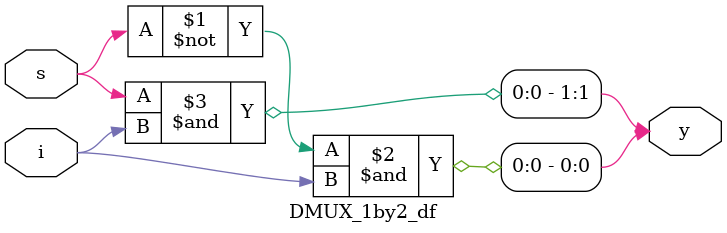
<source format=v>
`timescale 1ns / 1ps


module DMUX_1by2_df(y,s,i);
input i;
input s;
output [1:0]y;

assign y[0] = (~s)&i;
assign y[1] = (s)&i;

endmodule

</source>
